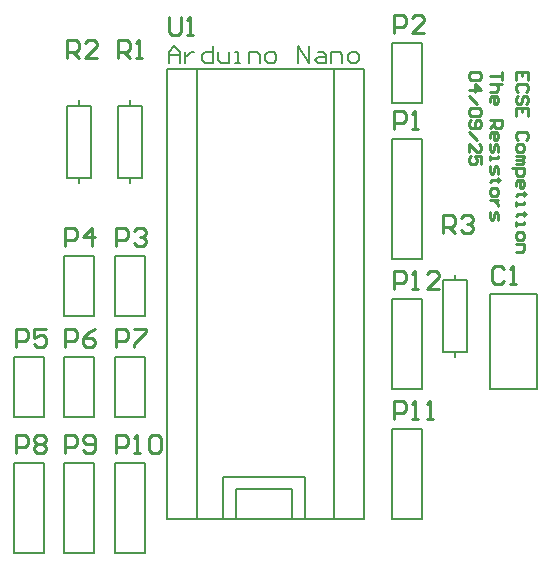
<source format=gbr>
G04*
G04 #@! TF.GenerationSoftware,Altium Limited,Altium Designer,25.8.1 (18)*
G04*
G04 Layer_Color=65535*
%FSLAX25Y25*%
%MOIN*%
G70*
G04*
G04 #@! TF.SameCoordinates,8EC05070-4222-424C-B7D2-10FEA1704A48*
G04*
G04*
G04 #@! TF.FilePolarity,Positive*
G04*
G01*
G75*
%ADD10C,0.00787*%
%ADD11C,0.01000*%
D10*
X383500Y311000D02*
X440000D01*
X379000Y461000D02*
X442500D01*
X434000Y311000D02*
Y461000D01*
X444000Y311000D02*
Y453500D01*
Y461000D01*
X434000D02*
X444000D01*
X434000Y311000D02*
X444000D01*
X378500D02*
Y461000D01*
X388500Y311000D02*
Y453500D01*
Y461000D01*
X378500D02*
X388500D01*
X378500Y311000D02*
X388500D01*
X397000D02*
Y325000D01*
X424500D01*
Y311000D02*
Y325000D01*
X424000Y311000D02*
X424500D01*
X401500D02*
Y321000D01*
X420000D01*
Y311000D02*
Y321000D01*
X453500Y449500D02*
Y469500D01*
Y449500D02*
X463500D01*
Y469500D01*
X453500D02*
X463500D01*
X337500Y299500D02*
Y329500D01*
X327500D02*
X337500D01*
X327500Y299500D02*
X337500D01*
X327500D02*
Y329500D01*
X453500Y311000D02*
Y341000D01*
Y311000D02*
X463500D01*
X453500Y341000D02*
X463500D01*
Y311000D02*
Y341000D01*
X453500Y354333D02*
Y384333D01*
Y354333D02*
X463500D01*
X453500Y384333D02*
X463500D01*
Y354333D02*
Y384333D01*
X486126Y354333D02*
Y385829D01*
Y354333D02*
X501874D01*
Y385829D01*
X486126D02*
X501874D01*
X474528Y390599D02*
Y392379D01*
Y364820D02*
Y366599D01*
X478528D02*
Y390599D01*
X470528D02*
X478528D01*
X470528Y366599D02*
Y390599D01*
Y366599D02*
X478528D01*
X366215Y448734D02*
Y450513D01*
Y422954D02*
Y424734D01*
X370215D02*
Y448734D01*
X362215D02*
X370215D01*
X362215Y424734D02*
Y448734D01*
Y424734D02*
X370215D01*
X353929Y299500D02*
Y329500D01*
X343929D02*
X353929D01*
X343929Y299500D02*
X353929D01*
X343929D02*
Y329500D01*
X370929Y344823D02*
Y364823D01*
X360929D02*
X370929D01*
X360929Y344823D02*
Y364823D01*
Y344823D02*
X370929D01*
X353929D02*
Y364823D01*
X343929D02*
X353929D01*
X343929Y344823D02*
Y364823D01*
Y344823D02*
X353929D01*
X337500D02*
Y364823D01*
X327500D02*
X337500D01*
X327500Y344823D02*
Y364823D01*
Y344823D02*
X337500D01*
X360929Y378645D02*
Y398645D01*
Y378645D02*
X370929D01*
Y398645D01*
X360929D02*
X370929D01*
X349215Y448734D02*
Y450513D01*
Y422954D02*
Y424734D01*
X353215D02*
Y448734D01*
X345215D02*
X353215D01*
X345215Y424734D02*
Y448734D01*
Y424734D02*
X353215D01*
X343929Y378645D02*
Y398645D01*
Y378645D02*
X353929D01*
Y398645D01*
X343929D02*
X353929D01*
X453500Y437667D02*
X463500D01*
Y397667D02*
Y437667D01*
X453500Y397667D02*
Y437667D01*
Y397667D02*
X463500D01*
X370929Y299500D02*
Y329500D01*
X360929D02*
X370929D01*
X360929Y299500D02*
X370929D01*
X360929D02*
Y329500D01*
X379000Y463000D02*
Y466673D01*
X380837Y468510D01*
X382673Y466673D01*
Y463000D01*
Y465755D01*
X379000D01*
X384510Y466673D02*
Y463000D01*
Y464837D01*
X385428Y465755D01*
X386347Y466673D01*
X387265D01*
X393693Y468510D02*
Y463000D01*
X390938D01*
X390020Y463918D01*
Y465755D01*
X390938Y466673D01*
X393693D01*
X395530D02*
Y463918D01*
X396448Y463000D01*
X399203D01*
Y466673D01*
X401040Y463000D02*
X402877D01*
X401959D01*
Y466673D01*
X401040D01*
X405632Y463000D02*
Y466673D01*
X408387D01*
X409305Y465755D01*
Y463000D01*
X412060D02*
X413897D01*
X414815Y463918D01*
Y465755D01*
X413897Y466673D01*
X412060D01*
X411142Y465755D01*
Y463918D01*
X412060Y463000D01*
X422162D02*
Y468510D01*
X425835Y463000D01*
Y468510D01*
X428590Y466673D02*
X430427D01*
X431345Y465755D01*
Y463000D01*
X428590D01*
X427672Y463918D01*
X428590Y464837D01*
X431345D01*
X433182Y463000D02*
Y466673D01*
X435937D01*
X436855Y465755D01*
Y463000D01*
X439610D02*
X441447D01*
X442365Y463918D01*
Y465755D01*
X441447Y466673D01*
X439610D01*
X438692Y465755D01*
Y463918D01*
X439610Y463000D01*
D11*
X498729Y457334D02*
Y460000D01*
X494730D01*
Y457334D01*
X496729Y460000D02*
Y458667D01*
X498062Y453336D02*
X498729Y454002D01*
Y455335D01*
X498062Y456001D01*
X495396D01*
X494730Y455335D01*
Y454002D01*
X495396Y453336D01*
X498062Y449337D02*
X498729Y450003D01*
Y451336D01*
X498062Y452003D01*
X497396D01*
X496729Y451336D01*
Y450003D01*
X496063Y449337D01*
X495396D01*
X494730Y450003D01*
Y451336D01*
X495396Y452003D01*
X498729Y445338D02*
Y448004D01*
X494730D01*
Y445338D01*
X496729Y448004D02*
Y446671D01*
X498062Y437341D02*
X498729Y438007D01*
Y439340D01*
X498062Y440006D01*
X495396D01*
X494730Y439340D01*
Y438007D01*
X495396Y437341D01*
X494730Y435341D02*
Y434008D01*
X495396Y433342D01*
X496729D01*
X497396Y434008D01*
Y435341D01*
X496729Y436008D01*
X495396D01*
X494730Y435341D01*
Y432009D02*
X497396D01*
Y431343D01*
X496729Y430676D01*
X494730D01*
X496729D01*
X497396Y430010D01*
X496729Y429343D01*
X494730D01*
X493397Y428010D02*
X497396D01*
Y426011D01*
X496729Y425345D01*
X495396D01*
X494730Y426011D01*
Y428010D01*
Y422012D02*
Y423345D01*
X495396Y424012D01*
X496729D01*
X497396Y423345D01*
Y422012D01*
X496729Y421346D01*
X496063D01*
Y424012D01*
X498062Y419347D02*
X497396D01*
Y420013D01*
Y418680D01*
Y419347D01*
X495396D01*
X494730Y418680D01*
Y416681D02*
Y415348D01*
Y416014D01*
X497396D01*
Y416681D01*
X498062Y412682D02*
X497396D01*
Y413348D01*
Y412015D01*
Y412682D01*
X495396D01*
X494730Y412015D01*
Y410016D02*
Y408683D01*
Y409350D01*
X497396D01*
Y410016D01*
X494730Y406017D02*
Y404684D01*
X495396Y404018D01*
X496729D01*
X497396Y404684D01*
Y406017D01*
X496729Y406684D01*
X495396D01*
X494730Y406017D01*
Y402685D02*
X497396D01*
Y400686D01*
X496729Y400019D01*
X494730D01*
X490197Y460000D02*
Y457334D01*
Y458667D01*
X486198D01*
X490197Y456001D02*
X486198D01*
X488198D01*
X488864Y455335D01*
Y454002D01*
X488198Y453336D01*
X486198D01*
Y450003D02*
Y451336D01*
X486865Y452003D01*
X488198D01*
X488864Y451336D01*
Y450003D01*
X488198Y449337D01*
X487531D01*
Y452003D01*
X486198Y444005D02*
X490197D01*
Y442006D01*
X489531Y441339D01*
X488198D01*
X487531Y442006D01*
Y444005D01*
Y442672D02*
X486198Y441339D01*
Y438007D02*
Y439340D01*
X486865Y440006D01*
X488198D01*
X488864Y439340D01*
Y438007D01*
X488198Y437341D01*
X487531D01*
Y440006D01*
X486198Y436008D02*
Y434008D01*
X486865Y433342D01*
X487531Y434008D01*
Y435341D01*
X488198Y436008D01*
X488864Y435341D01*
Y433342D01*
X486198Y432009D02*
Y430676D01*
Y431343D01*
X488864D01*
Y432009D01*
X486198Y428677D02*
Y426677D01*
X486865Y426011D01*
X487531Y426677D01*
Y428010D01*
X488198Y428677D01*
X488864Y428010D01*
Y426011D01*
X489531Y424012D02*
X488864D01*
Y424678D01*
Y423345D01*
Y424012D01*
X486865D01*
X486198Y423345D01*
Y420679D02*
Y419347D01*
X486865Y418680D01*
X488198D01*
X488864Y419347D01*
Y420679D01*
X488198Y421346D01*
X486865D01*
X486198Y420679D01*
X488864Y417347D02*
X486198D01*
X487531D01*
X488198Y416681D01*
X488864Y416014D01*
Y415348D01*
X486198Y413348D02*
Y411349D01*
X486865Y410683D01*
X487531Y411349D01*
Y412682D01*
X488198Y413348D01*
X488864Y412682D01*
Y410683D01*
X482332Y460000D02*
X482999Y459334D01*
Y458001D01*
X482332Y457334D01*
X479666D01*
X479000Y458001D01*
Y459334D01*
X479666Y460000D01*
X482332D01*
X479000Y454002D02*
X482999D01*
X480999Y456001D01*
Y453336D01*
X479000Y452003D02*
X481666Y449337D01*
X482332Y448004D02*
X482999Y447337D01*
Y446004D01*
X482332Y445338D01*
X479666D01*
X479000Y446004D01*
Y447337D01*
X479666Y448004D01*
X482332D01*
X479666Y444005D02*
X479000Y443339D01*
Y442006D01*
X479666Y441339D01*
X482332D01*
X482999Y442006D01*
Y443339D01*
X482332Y444005D01*
X481666D01*
X480999Y443339D01*
Y441339D01*
X479000Y440006D02*
X481666Y437341D01*
X479000Y433342D02*
Y436008D01*
X481666Y433342D01*
X482332D01*
X482999Y434008D01*
Y435341D01*
X482332Y436008D01*
X482999Y429343D02*
Y432009D01*
X480999D01*
X481666Y430676D01*
Y430010D01*
X480999Y429343D01*
X479666D01*
X479000Y430010D01*
Y431343D01*
X479666Y432009D01*
X454100Y472900D02*
Y478898D01*
X457099D01*
X458099Y477898D01*
Y475899D01*
X457099Y474899D01*
X454100D01*
X464097Y472900D02*
X460098D01*
X464097Y476899D01*
Y477898D01*
X463097Y478898D01*
X461098D01*
X460098Y477898D01*
X379100Y478298D02*
Y473300D01*
X380100Y472300D01*
X382099D01*
X383099Y473300D01*
Y478298D01*
X385098Y472300D02*
X387097D01*
X386098D01*
Y478298D01*
X385098Y477298D01*
X470450Y406299D02*
Y412297D01*
X473449D01*
X474449Y411298D01*
Y409299D01*
X473449Y408299D01*
X470450D01*
X472449D02*
X474449Y406299D01*
X476448Y411298D02*
X477448Y412297D01*
X479447D01*
X480447Y411298D01*
Y410298D01*
X479447Y409299D01*
X478447D01*
X479447D01*
X480447Y408299D01*
Y407299D01*
X479447Y406299D01*
X477448D01*
X476448Y407299D01*
X345100Y464434D02*
Y470432D01*
X348099D01*
X349099Y469432D01*
Y467433D01*
X348099Y466433D01*
X345100D01*
X347099D02*
X349099Y464434D01*
X355097D02*
X351098D01*
X355097Y468433D01*
Y469432D01*
X354097Y470432D01*
X352098D01*
X351098Y469432D01*
X362100Y464434D02*
Y470432D01*
X365099D01*
X366099Y469432D01*
Y467433D01*
X365099Y466433D01*
X362100D01*
X364099D02*
X366099Y464434D01*
X368098D02*
X370097D01*
X369098D01*
Y470432D01*
X368098Y469432D01*
X454100Y387733D02*
Y393731D01*
X457099D01*
X458099Y392732D01*
Y390732D01*
X457099Y389733D01*
X454100D01*
X460098Y387733D02*
X462097D01*
X461098D01*
Y393731D01*
X460098Y392732D01*
X469095Y387733D02*
X465096D01*
X469095Y391732D01*
Y392732D01*
X468095Y393731D01*
X466096D01*
X465096Y392732D01*
X454100Y344400D02*
Y350398D01*
X457099D01*
X458099Y349398D01*
Y347399D01*
X457099Y346399D01*
X454100D01*
X460098Y344400D02*
X462097D01*
X461098D01*
Y350398D01*
X460098Y349398D01*
X465096Y344400D02*
X467096D01*
X466096D01*
Y350398D01*
X465096Y349398D01*
X361500Y332900D02*
Y338898D01*
X364499D01*
X365499Y337898D01*
Y335899D01*
X364499Y334899D01*
X361500D01*
X367498Y332900D02*
X369497D01*
X368498D01*
Y338898D01*
X367498Y337898D01*
X372496D02*
X373496Y338898D01*
X375496D01*
X376495Y337898D01*
Y333900D01*
X375496Y332900D01*
X373496D01*
X372496Y333900D01*
Y337898D01*
X344529Y332900D02*
Y338898D01*
X347528D01*
X348528Y337898D01*
Y335899D01*
X347528Y334899D01*
X344529D01*
X350527Y333900D02*
X351527Y332900D01*
X353526D01*
X354526Y333900D01*
Y337898D01*
X353526Y338898D01*
X351527D01*
X350527Y337898D01*
Y336899D01*
X351527Y335899D01*
X354526D01*
X328100Y332900D02*
Y338898D01*
X331099D01*
X332099Y337898D01*
Y335899D01*
X331099Y334899D01*
X328100D01*
X334098Y337898D02*
X335098Y338898D01*
X337097D01*
X338097Y337898D01*
Y336899D01*
X337097Y335899D01*
X338097Y334899D01*
Y333900D01*
X337097Y332900D01*
X335098D01*
X334098Y333900D01*
Y334899D01*
X335098Y335899D01*
X334098Y336899D01*
Y337898D01*
X335098Y335899D02*
X337097D01*
X361529Y368223D02*
Y374221D01*
X364528D01*
X365528Y373221D01*
Y371222D01*
X364528Y370222D01*
X361529D01*
X367527Y374221D02*
X371526D01*
Y373221D01*
X367527Y369222D01*
Y368223D01*
X344529D02*
Y374221D01*
X347528D01*
X348528Y373221D01*
Y371222D01*
X347528Y370222D01*
X344529D01*
X354526Y374221D02*
X352526Y373221D01*
X350527Y371222D01*
Y369222D01*
X351527Y368223D01*
X353526D01*
X354526Y369222D01*
Y370222D01*
X353526Y371222D01*
X350527D01*
X328100Y368223D02*
Y374221D01*
X331099D01*
X332099Y373221D01*
Y371222D01*
X331099Y370222D01*
X328100D01*
X338097Y374221D02*
X334098D01*
Y371222D01*
X336097Y372221D01*
X337097D01*
X338097Y371222D01*
Y369222D01*
X337097Y368223D01*
X335098D01*
X334098Y369222D01*
X344529Y402045D02*
Y408043D01*
X347528D01*
X348528Y407044D01*
Y405044D01*
X347528Y404044D01*
X344529D01*
X353526Y402045D02*
Y408043D01*
X350527Y405044D01*
X354526D01*
X361529Y402045D02*
Y408043D01*
X364528D01*
X365528Y407044D01*
Y405044D01*
X364528Y404044D01*
X361529D01*
X367527Y407044D02*
X368527Y408043D01*
X370526D01*
X371526Y407044D01*
Y406044D01*
X370526Y405044D01*
X369526D01*
X370526D01*
X371526Y404044D01*
Y403045D01*
X370526Y402045D01*
X368527D01*
X367527Y403045D01*
X454100Y441067D02*
Y447065D01*
X457099D01*
X458099Y446065D01*
Y444066D01*
X457099Y443066D01*
X454100D01*
X460098Y441067D02*
X462097D01*
X461098D01*
Y447065D01*
X460098Y446065D01*
X490699Y394198D02*
X489699Y395198D01*
X487700D01*
X486700Y394198D01*
Y390200D01*
X487700Y389200D01*
X489699D01*
X490699Y390200D01*
X492698Y389200D02*
X494697D01*
X493698D01*
Y395198D01*
X492698Y394198D01*
M02*

</source>
